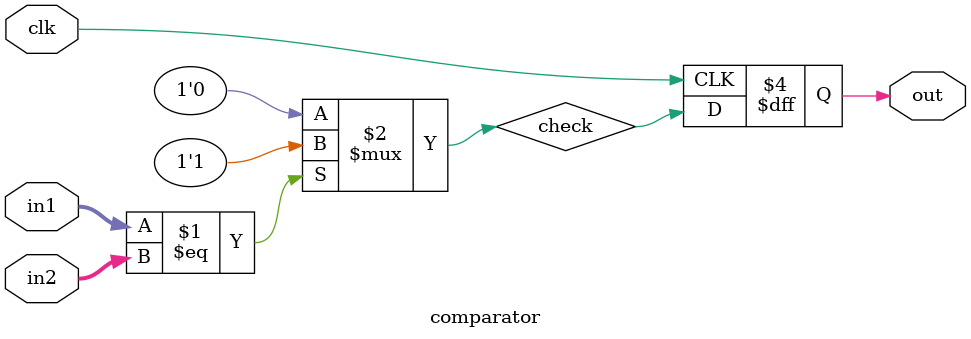
<source format=v>
`timescale 1ns / 1ps

module comparator #(parameter wlength=4)(
  input wire clk,
  input wire [wlength-1:0] in1, in2,
  output reg out
);

wire check;
assign check = (in1 == in2) ? 1'b 1 : 1'b 0;
always@(posedge clk) begin
  out <= check;
end

endmodule

</source>
